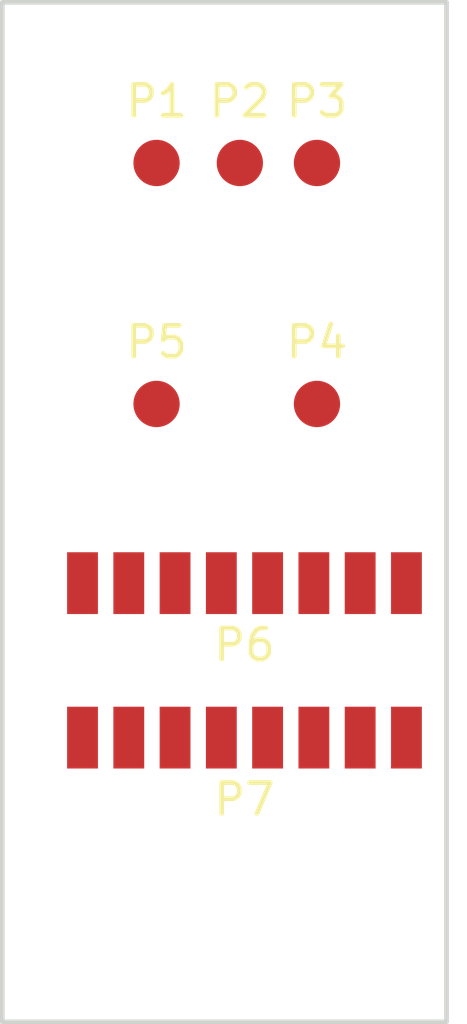
<source format=kicad_pcb>
(kicad_pcb (version 4) (host pcbnew 4.0.5+dfsg1-4)

  (general
    (links 0)
    (no_connects 0)
    (area 19.924999 19.924999 34.475001 53.075001)
    (thickness 1.6)
    (drawings 12)
    (tracks 0)
    (zones 0)
    (modules 7)
    (nets 1)
  )

  (page A4)
  (title_block
    (title "N9 Debug Adapter")
    (company sre@kernel.org)
  )

  (layers
    (0 F.Cu signal)
    (31 B.Cu signal)
    (32 B.Adhes user)
    (33 F.Adhes user)
    (34 B.Paste user)
    (35 F.Paste user)
    (36 B.SilkS user)
    (37 F.SilkS user)
    (38 B.Mask user)
    (39 F.Mask user)
    (40 Dwgs.User user)
    (41 Cmts.User user)
    (42 Eco1.User user)
    (43 Eco2.User user)
    (44 Edge.Cuts user)
    (45 Margin user)
    (46 B.CrtYd user)
    (47 F.CrtYd user)
    (48 B.Fab user)
    (49 F.Fab user)
  )

  (setup
    (last_trace_width 0.25)
    (trace_clearance 0.2)
    (zone_clearance 0.508)
    (zone_45_only no)
    (trace_min 0.2)
    (segment_width 0.2)
    (edge_width 0.15)
    (via_size 0.6)
    (via_drill 0.4)
    (via_min_size 0.4)
    (via_min_drill 0.3)
    (uvia_size 0.3)
    (uvia_drill 0.1)
    (uvias_allowed no)
    (uvia_min_size 0.2)
    (uvia_min_drill 0.1)
    (pcb_text_width 0.3)
    (pcb_text_size 1.5 1.5)
    (mod_edge_width 0.15)
    (mod_text_size 1 1)
    (mod_text_width 0.15)
    (pad_size 1.5 1.5)
    (pad_drill 0)
    (pad_to_mask_clearance 0.2)
    (aux_axis_origin 0 0)
    (visible_elements FFFFFF7F)
    (pcbplotparams
      (layerselection 0x00030_80000001)
      (usegerberextensions false)
      (excludeedgelayer true)
      (linewidth 0.100000)
      (plotframeref false)
      (viasonmask false)
      (mode 1)
      (useauxorigin false)
      (hpglpennumber 1)
      (hpglpenspeed 20)
      (hpglpendiameter 15)
      (hpglpenoverlay 2)
      (psnegative false)
      (psa4output false)
      (plotreference true)
      (plotvalue true)
      (plotinvisibletext false)
      (padsonsilk false)
      (subtractmaskfromsilk false)
      (outputformat 1)
      (mirror false)
      (drillshape 1)
      (scaleselection 1)
      (outputdirectory ""))
  )

  (net 0 "")

  (net_class Default "This is the default net class."
    (clearance 0.2)
    (trace_width 0.25)
    (via_dia 0.6)
    (via_drill 0.4)
    (uvia_dia 0.3)
    (uvia_drill 0.1)
  )

  (module Measurement_Points:Measurement_Point_Round-SMD-Pad_Small (layer F.Cu) (tedit 58F7DFB7) (tstamp 58F7D19E)
    (at 25 25.2)
    (descr "Mesurement Point, Round, SMD Pad, DM 1.5mm,")
    (tags "Mesurement Point Round SMD Pad 1.5mm")
    (path /58F7CEF4)
    (attr virtual)
    (fp_text reference P1 (at 0 -2) (layer F.SilkS)
      (effects (font (size 1 1) (thickness 0.15)))
    )
    (fp_text value PAD (at 0 2) (layer F.Fab)
      (effects (font (size 1 1) (thickness 0.15)))
    )
    (fp_circle (center 0 0) (end 1 0) (layer F.CrtYd) (width 0.05))
    (pad 1 smd circle (at 0 0) (size 1.5 1.5) (layers F.Cu F.Mask))
  )

  (module Measurement_Points:Measurement_Point_Round-SMD-Pad_Small (layer F.Cu) (tedit 58F7DFBA) (tstamp 58F7D1A3)
    (at 27.7 25.2)
    (descr "Mesurement Point, Round, SMD Pad, DM 1.5mm,")
    (tags "Mesurement Point Round SMD Pad 1.5mm")
    (path /58F7CF2C)
    (attr virtual)
    (fp_text reference P2 (at 0 -2) (layer F.SilkS)
      (effects (font (size 1 1) (thickness 0.15)))
    )
    (fp_text value PAD (at 0 2) (layer F.Fab)
      (effects (font (size 1 1) (thickness 0.15)))
    )
    (fp_circle (center 0 0) (end 1 0) (layer F.CrtYd) (width 0.05))
    (pad 1 smd circle (at 0 0) (size 1.5 1.5) (layers F.Cu F.Mask))
  )

  (module Measurement_Points:Measurement_Point_Round-SMD-Pad_Small (layer F.Cu) (tedit 56C35ED0) (tstamp 58F7D1A8)
    (at 30.2 25.2)
    (descr "Mesurement Point, Round, SMD Pad, DM 1.5mm,")
    (tags "Mesurement Point Round SMD Pad 1.5mm")
    (path /58F7CF52)
    (attr virtual)
    (fp_text reference P3 (at 0 -2) (layer F.SilkS)
      (effects (font (size 1 1) (thickness 0.15)))
    )
    (fp_text value PAD (at 0 2) (layer F.Fab)
      (effects (font (size 1 1) (thickness 0.15)))
    )
    (fp_circle (center 0 0) (end 1 0) (layer F.CrtYd) (width 0.05))
    (pad 1 smd circle (at 0 0) (size 1.5 1.5) (layers F.Cu F.Mask))
  )

  (module Measurement_Points:Measurement_Point_Round-SMD-Pad_Small (layer F.Cu) (tedit 56C35ED0) (tstamp 58F7D1AD)
    (at 30.2 33)
    (descr "Mesurement Point, Round, SMD Pad, DM 1.5mm,")
    (tags "Mesurement Point Round SMD Pad 1.5mm")
    (path /58F7CF77)
    (attr virtual)
    (fp_text reference P4 (at 0 -2) (layer F.SilkS)
      (effects (font (size 1 1) (thickness 0.15)))
    )
    (fp_text value PAD (at 0 2) (layer F.Fab)
      (effects (font (size 1 1) (thickness 0.15)))
    )
    (fp_circle (center 0 0) (end 1 0) (layer F.CrtYd) (width 0.05))
    (pad 1 smd circle (at 0 0) (size 1.5 1.5) (layers F.Cu F.Mask))
  )

  (module Measurement_Points:Measurement_Point_Round-SMD-Pad_Small (layer F.Cu) (tedit 56C35ED0) (tstamp 58F7D1B2)
    (at 25 33)
    (descr "Mesurement Point, Round, SMD Pad, DM 1.5mm,")
    (tags "Mesurement Point Round SMD Pad 1.5mm")
    (path /58F7CFA3)
    (attr virtual)
    (fp_text reference P5 (at 0 -2) (layer F.SilkS)
      (effects (font (size 1 1) (thickness 0.15)))
    )
    (fp_text value PAD (at 0 2) (layer F.Fab)
      (effects (font (size 1 1) (thickness 0.15)))
    )
    (fp_circle (center 0 0) (end 1 0) (layer F.CrtYd) (width 0.05))
    (pad 1 smd circle (at 0 0) (size 1.5 1.5) (layers F.Cu F.Mask))
  )

  (module pad-array:Pad-Array (layer F.Cu) (tedit 58F7E642) (tstamp 58F7E739)
    (at 27.85 38.8)
    (path /58F7D03C)
    (fp_text reference P6 (at 0 2) (layer F.SilkS)
      (effects (font (size 1 1) (thickness 0.15)))
    )
    (fp_text value SPRING_FINGERS_1 (at 0 -2) (layer F.Fab)
      (effects (font (size 1 1) (thickness 0.15)))
    )
    (pad 2 smd rect (at -3.75 0) (size 1 2) (layers F.Cu F.Paste F.Mask))
    (pad 1 smd rect (at -5.25 0) (size 1 2) (layers F.Cu F.Paste F.Mask))
    (pad 3 smd rect (at -2.25 0) (size 1 2) (layers F.Cu F.Paste F.Mask))
    (pad 4 smd rect (at -0.75 0) (size 1 2) (layers F.Cu F.Paste F.Mask))
    (pad 5 smd rect (at 0.75 0) (size 1 2) (layers F.Cu F.Paste F.Mask))
    (pad 6 smd rect (at 2.25 0) (size 1 2) (layers F.Cu F.Paste F.Mask))
    (pad 7 smd rect (at 3.75 0) (size 1 2) (layers F.Cu F.Paste F.Mask))
    (pad 8 smd rect (at 5.25 0) (size 1 2) (layers F.Cu F.Paste F.Mask))
  )

  (module pad-array:Pad-Array (layer F.Cu) (tedit 58F7E642) (tstamp 58F7E745)
    (at 27.85 43.8)
    (path /58F7D071)
    (fp_text reference P7 (at 0 2) (layer F.SilkS)
      (effects (font (size 1 1) (thickness 0.15)))
    )
    (fp_text value SPRING_FINGERS_2 (at 0 -2) (layer F.Fab)
      (effects (font (size 1 1) (thickness 0.15)))
    )
    (pad 2 smd rect (at -3.75 0) (size 1 2) (layers F.Cu F.Paste F.Mask))
    (pad 1 smd rect (at -5.25 0) (size 1 2) (layers F.Cu F.Paste F.Mask))
    (pad 3 smd rect (at -2.25 0) (size 1 2) (layers F.Cu F.Paste F.Mask))
    (pad 4 smd rect (at -0.75 0) (size 1 2) (layers F.Cu F.Paste F.Mask))
    (pad 5 smd rect (at 0.75 0) (size 1 2) (layers F.Cu F.Paste F.Mask))
    (pad 6 smd rect (at 2.25 0) (size 1 2) (layers F.Cu F.Paste F.Mask))
    (pad 7 smd rect (at 3.75 0) (size 1 2) (layers F.Cu F.Paste F.Mask))
    (pad 8 smd rect (at 5.25 0) (size 1 2) (layers F.Cu F.Paste F.Mask))
  )

  (gr_line (start 33.8 45.3) (end 21.8 45.3) (layer Cmts.User) (width 0.2) (tstamp 58F7E48A))
  (gr_line (start 21.8 45.3) (end 21.8 42.3) (layer Cmts.User) (width 0.2) (tstamp 58F7E489))
  (gr_line (start 21.8 42.3) (end 33.8 42.3) (layer Cmts.User) (width 0.2) (tstamp 58F7E488))
  (gr_line (start 33.8 42.3) (end 33.8 45.3) (layer Cmts.User) (width 0.2) (tstamp 58F7E487))
  (gr_line (start 21.8 40.3) (end 21.8 37.3) (layer Cmts.User) (width 0.2))
  (gr_line (start 33.8 40.3) (end 21.8 40.3) (layer Cmts.User) (width 0.2))
  (gr_line (start 33.8 37.3) (end 33.8 40.3) (layer Cmts.User) (width 0.2))
  (gr_line (start 21.8 37.3) (end 33.8 37.3) (layer Cmts.User) (width 0.2))
  (gr_line (start 20 53) (end 20 20) (layer Edge.Cuts) (width 0.15))
  (gr_line (start 34.4 53) (end 20 53) (layer Edge.Cuts) (width 0.15))
  (gr_line (start 34.4 20) (end 34.4 53) (layer Edge.Cuts) (width 0.15))
  (gr_line (start 20 20) (end 34.4 20) (layer Edge.Cuts) (width 0.15))

)

</source>
